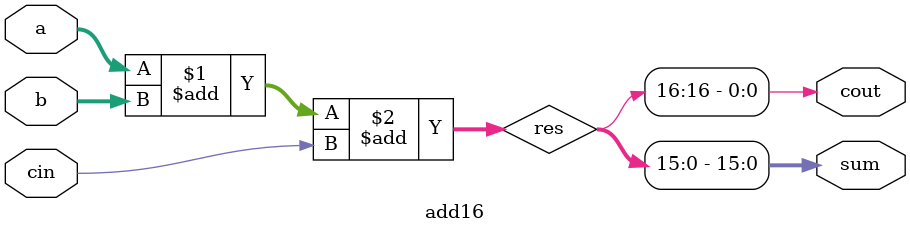
<source format=v>
module add16( 
    input[15:0] a, 
    input[15:0] b, 
    input cin, 
    output[15:0] sum, 
    output cout );
    
    wire [16:0] res;
    
    assign res = a + b + cin;
    
    assign sum = res[15:0];
    assign cout = res[16];
endmodule

</source>
